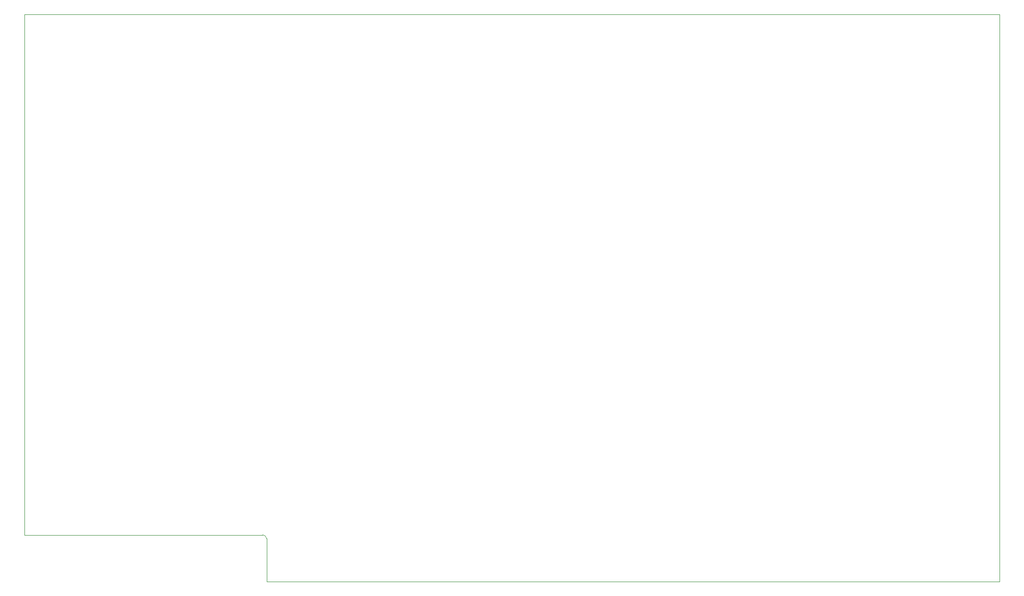
<source format=gbr>
%TF.GenerationSoftware,KiCad,Pcbnew,7.0.9*%
%TF.CreationDate,2024-02-25T17:12:22+01:00*%
%TF.ProjectId,Prometheus,50726f6d-6574-4686-9575-732e6b696361,rev?*%
%TF.SameCoordinates,Original*%
%TF.FileFunction,Profile,NP*%
%FSLAX46Y46*%
G04 Gerber Fmt 4.6, Leading zero omitted, Abs format (unit mm)*
G04 Created by KiCad (PCBNEW 7.0.9) date 2024-02-25 17:12:22*
%MOMM*%
%LPD*%
G01*
G04 APERTURE LIST*
%TA.AperFunction,Profile*%
%ADD10C,0.100000*%
%TD*%
G04 APERTURE END LIST*
D10*
X13208000Y-27940000D02*
X-116078000Y-27940000D01*
X13208000Y72237600D02*
X13208000Y-27940000D01*
X-158766000Y-19710400D02*
X-158766000Y72237600D01*
X-116078000Y-27940000D02*
X-116078000Y-20370800D01*
X-116078000Y-20370800D02*
G75*
G03*
X-116763800Y-19709930I-685800J-25400D01*
G01*
X-158766000Y72237600D02*
X13208000Y72237600D01*
X-116763800Y-19710400D02*
X-158766000Y-19710400D01*
M02*

</source>
